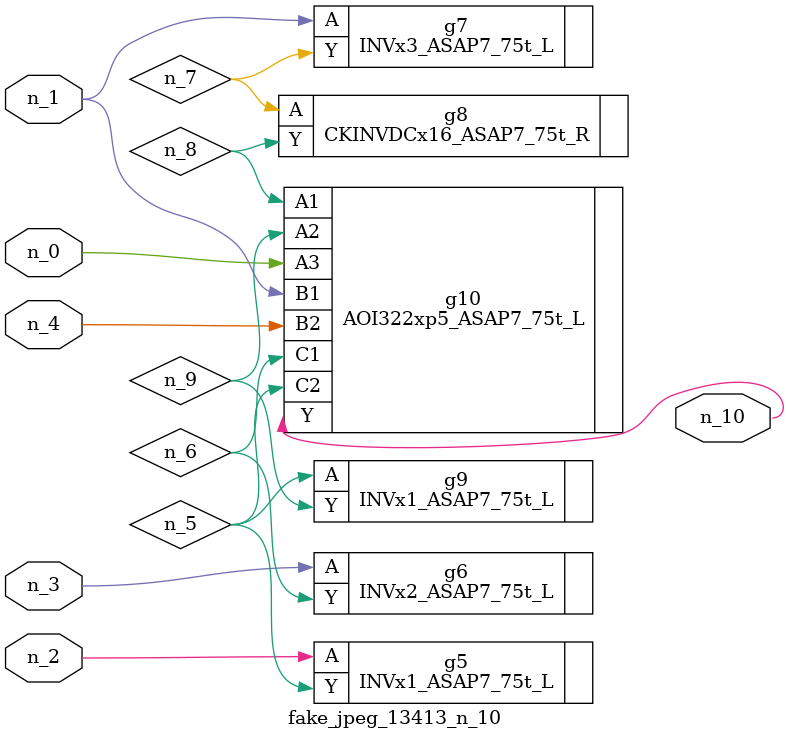
<source format=v>
module fake_jpeg_13413_n_10 (n_3, n_2, n_1, n_0, n_4, n_10);

input n_3;
input n_2;
input n_1;
input n_0;
input n_4;

output n_10;

wire n_8;
wire n_9;
wire n_6;
wire n_5;
wire n_7;

INVx1_ASAP7_75t_L g5 ( 
.A(n_2),
.Y(n_5)
);

INVx2_ASAP7_75t_L g6 ( 
.A(n_3),
.Y(n_6)
);

INVx3_ASAP7_75t_L g7 ( 
.A(n_1),
.Y(n_7)
);

CKINVDCx16_ASAP7_75t_R g8 ( 
.A(n_7),
.Y(n_8)
);

AOI322xp5_ASAP7_75t_L g10 ( 
.A1(n_8),
.A2(n_9),
.A3(n_0),
.B1(n_1),
.B2(n_4),
.C1(n_6),
.C2(n_5),
.Y(n_10)
);

INVx1_ASAP7_75t_L g9 ( 
.A(n_5),
.Y(n_9)
);


endmodule
</source>
